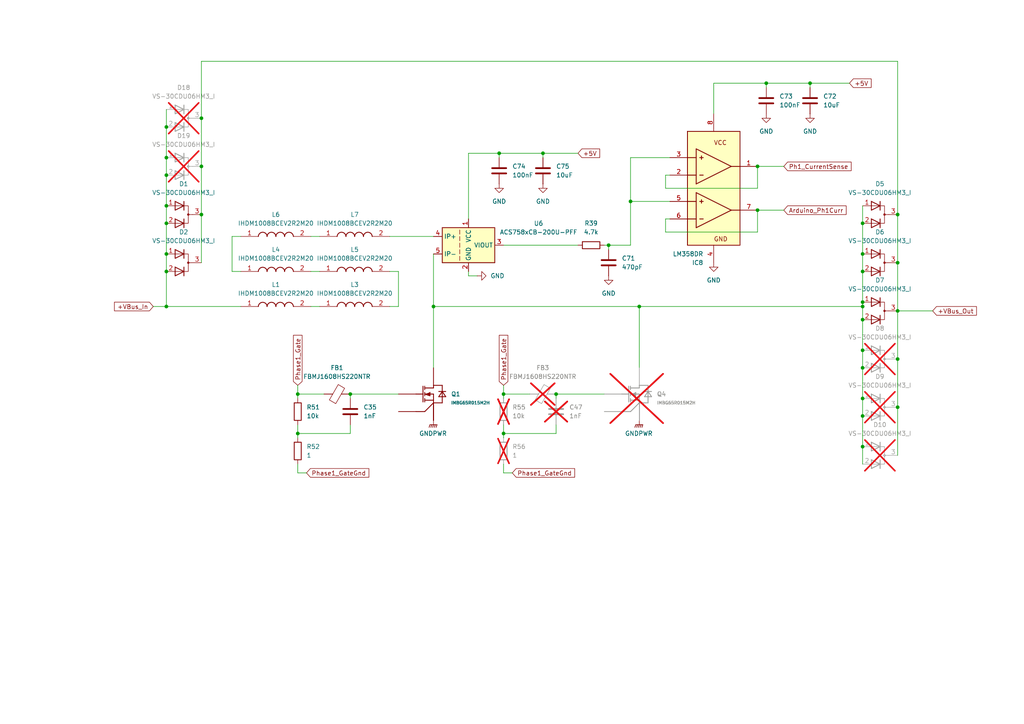
<source format=kicad_sch>
(kicad_sch (version 20231120) (generator "eeschema") (generator_version "8.0")
  (paper "A4")
  (title_block (title "5kw Modular Traction Inverter Boost Converter") (date "2025-02-02") (rev "1") (company "Rail Vehicle Traction Inverter"))
  (lib_symbols
    (symbol "Device:C" (pin_numbers hide) (pin_names (offset 0.254))
      (property "Reference" "C" (at 0.635 2.54 0))
      (property "Value" "C" (at 0.635 -2.54 0))
      (symbol "C_0_1"
        (polyline (pts (xy -2.032 -0.762) (xy 2.032 -0.762)) (stroke (width 0.508)))
        (polyline (pts (xy -2.032 0.762) (xy 2.032 0.762)) (stroke (width 0.508)))
      )
      (symbol "C_1_1"
        (pin passive line (at 0 3.81 270) (length 2.794) (name "~") (number "1"))
        (pin passive line (at 0 -3.81 90) (length 2.794) (name "~") (number "2"))
      )
    )
    (symbol "Device:D_Dual_CommonCathode_AAK_Parallel" (pin_names (offset 0.762) hide)
      (property "Reference" "D" (at 0 5.08 0))
      (property "Value" "D_Dual_CommonCathode_AAK_Parallel" (at 0 -5.08 0))
      (symbol "D_Dual_CommonCathode_AAK_Parallel_0_0"
        (polyline (pts (xy 0 -1.27) (xy 0 -3.81)) (stroke (width 0.254)))
        (polyline (pts (xy 0 1.27) (xy 0 3.81)) (stroke (width 0.254)))
      )
      (symbol "D_Dual_CommonCathode_AAK_Parallel_0_1"
        (polyline (pts (xy 1.27 0) (xy 2.54 0)))
        (polyline (pts (xy -2.54 -2.54) (xy 1.27 -2.54) (xy 1.27 2.54) (xy -2.54 2.54)))
        (polyline (pts (xy -2.54 -1.27) (xy 0 -2.54) (xy -2.54 -3.81) (xy -2.54 -1.27) (xy -2.54 -1.27) (xy -2.54 -1.27)) (stroke (width 0.254)))
        (polyline (pts (xy -2.54 3.81) (xy 0 2.54) (xy -2.54 1.27) (xy -2.54 3.81) (xy -2.54 3.81) (xy -2.54 3.81)) (stroke (width 0.254)))
        (circle (center 1.27 0) (radius 0.254) (fill (type outline)))
        (pin passive line (at -5.08 2.54 0) (length 2.54) (name "A") (number "1"))
        (pin passive line (at -5.08 -2.54 0) (length 2.54) (name "A") (number "2"))
        (pin passive line (at 5.08 0 180) (length 2.54) (name "K") (number "3"))
      )
    )
    (symbol "Device:FerriteBead" (pin_numbers hide) (pin_names (offset 0))
      (property "Reference" "FB" (at -3.81 0.635 90))
      (property "Value" "FerriteBead" (at 3.81 0 90))
      (symbol "FerriteBead_0_1"
        (polyline (pts (xy 0 -1.27) (xy 0 -1.2192)))
        (polyline (pts (xy 0 1.27) (xy 0 1.2954)))
        (polyline (pts (xy -2.7686 0.4064) (xy -1.7018 2.2606) (xy 2.7686 -0.3048) (xy 1.6764 -2.159) (xy -2.7686 0.4064)))
      )
      (symbol "FerriteBead_1_1"
        (pin passive line (at 0 3.81 270) (length 2.54) (name "~") (number "1"))
        (pin passive line (at 0 -3.81 90) (length 2.54) (name "~") (number "2"))
      )
    )
    (symbol "Device:R" (pin_numbers hide) (pin_names (offset 0))
      (property "Reference" "R" (at 2.032 0 90))
      (property "Value" "R" (at 0 0 90))
      (symbol "R_0_1"
        (rectangle (start -1.016 -2.54) (end 1.016 2.54) (stroke (width 0.254)))
      )
      (symbol "R_1_1"
        (pin passive line (at 0 3.81 270) (length 1.27) (name "~") (number "1"))
        (pin passive line (at 0 -3.81 90) (length 1.27) (name "~") (number "2"))
      )
    )
    (symbol "InverterCom:IHDM1008BCEV2R2M20" (pin_names hide)
      (property "Reference" "L" (at 16.51 6.35 0))
      (property "Value" "IHDM1008BCEV2R2M20" (at 16.51 3.81 0))
      (symbol "IHDM1008BCEV2R2M20_1_1"
        (arc (start 7.62 0) (mid 6.35 1.219) (end 5.08 0) (stroke (width 0.254)))
        (arc (start 10.16 0) (mid 8.89 1.219) (end 7.62 0) (stroke (width 0.254)))
        (arc (start 12.7 0) (mid 11.43 1.219) (end 10.16 0) (stroke (width 0.254)))
        (arc (start 15.24 0) (mid 13.97 1.219) (end 12.7 0) (stroke (width 0.254)))
        (pin passive line (at 0 0 0) (length 5.08) (name "1") (number "1"))
        (pin passive line (at 20.32 0 180) (length 5.08) (name "2") (number "2"))
      )
    )
    (symbol "InverterCom:IMBG65R015M2H" (pin_numbers hide)
      (property "Reference" "Q?" (at 10.16 -2.54 0))
      (property "Value" "IMBG65R015M2H " (at 10.16 -4.826 0))
      (symbol "IMBG65R015M2H_1_0"
        (polyline (pts (xy 0 -2.54) (xy 2.032 -2.54)) (stroke (width 0.254)))
        (polyline (pts (xy 2.032 -0.254) (xy 2.032 -4.826)) (stroke (width 0.254)))
        (polyline (pts (xy 2.54 -7.62) (xy 0 -7.62)) (stroke (width 0.254)))
        (polyline (pts (xy 2.54 -4.826) (xy 2.54 -3.81)) (stroke (width 0.254)))
        (polyline (pts (xy 2.54 -3.048) (xy 2.54 -2.032)) (stroke (width 0.254)))
        (polyline (pts (xy 2.54 -0.254) (xy 2.54 -1.27)) (stroke (width 0.254)))
        (polyline (pts (xy 5.08 -5.08) (xy 2.54 -7.62)) (stroke (width 0.254)))
        (polyline (pts (xy 5.08 -5.08) (xy 7.62 -5.08)) (stroke (width 0.254)))
        (polyline (pts (xy 5.08 -4.318) (xy 2.54 -4.318)) (stroke (width 0.254)))
        (polyline (pts (xy 5.08 -2.54) (xy 2.54 -2.54)) (stroke (width 0.254)))
        (polyline (pts (xy 5.08 -2.54) (xy 5.08 -5.08)) (stroke (width 0.254)))
        (polyline (pts (xy 5.08 -0.762) (xy 2.54 -0.762)) (stroke (width 0.254)))
        (polyline (pts (xy 5.08 -0.762) (xy 5.08 0)) (stroke (width 0.254)))
        (polyline (pts (xy 5.08 0) (xy 7.62 0)) (stroke (width 0.254)))
        (polyline (pts (xy 6.604 -3.302) (xy 8.636 -3.302)) (stroke (width 0.254)))
        (polyline (pts (xy 6.604 -1.778) (xy 8.636 -1.778)) (stroke (width 0.254)))
        (polyline (pts (xy 7.62 -1.778) (xy 6.604 -3.302)) (stroke (width 0.254)))
        (polyline (pts (xy 7.62 0) (xy 7.62 -5.08)) (stroke (width 0.254)))
        (polyline (pts (xy 8.636 -3.302) (xy 7.62 -1.778)) (stroke (width 0.254)))
        (polyline (pts (xy 2.54 -2.54) (xy 4.064 -3.048) (xy 4.064 -2.032)) (stroke (width 0.254)) (fill (type outline)))
        (pin passive line (at -5.08 -2.54 0) (length 5.08) (name "GATE") (number "1"))
        (pin passive line (at -5.08 -7.62 0) (length 5.08) (name "DRIVER_SOURCE") (number "2"))
        (pin passive line (at 5.08 -10.16 90) (length 5.08) (name "POWER_SOURCE_1") (number "3"))
        (pin passive line (at 5.08 -10.16 90) (length 5.08) (name "POWER_SOURCE_2") (number "4"))
        (pin passive line (at 5.08 -10.16 90) (length 5.08) (name "POWER_SOURCE_3") (number "5"))
        (pin passive line (at 5.08 -10.16 90) (length 5.08) (name "POWER_SOURCE_4") (number "6"))
        (pin passive line (at 5.08 -10.16 90) (length 5.08) (name "POWER_SOURCE_5") (number "7"))
        (pin passive line (at 5.08 5.08 270) (length 5.08) (name "DRAIN") (number "8"))
      )
    )
    (symbol "InverterCom:LM358DR" (pin_names hide)
      (property "Reference" "IC" (at 22.86 17.78 0))
      (property "Value" "LM358DR" (at 22.86 15.24 0))
      (symbol "LM358DR_1_1"
        (polyline (pts (xy 5.08 -17.78) (xy 7.62 -17.78)) (stroke (width 0.254)))
        (polyline (pts (xy 5.08 -12.7) (xy 7.62 -12.7)) (stroke (width 0.254)))
        (polyline (pts (xy 5.08 -5.08) (xy 7.62 -5.08)) (stroke (width 0.254)))
        (polyline (pts (xy 5.08 0) (xy 7.62 0)) (stroke (width 0.254)))
        (polyline (pts (xy 7.62 -10.16) (xy 7.62 -20.32)) (stroke (width 0.254)))
        (polyline (pts (xy 7.62 -7.62) (xy 7.62 2.54)) (stroke (width 0.254)))
        (polyline (pts (xy 8.636 -17.78) (xy 9.652 -17.78)) (stroke (width 0.254)))
        (polyline (pts (xy 8.636 -12.7) (xy 9.652 -12.7)) (stroke (width 0.254)))
        (polyline (pts (xy 8.636 -5.08) (xy 9.652 -5.08)) (stroke (width 0.254)))
        (polyline (pts (xy 8.636 0) (xy 9.652 0)) (stroke (width 0.254)))
        (polyline (pts (xy 9.144 -12.192) (xy 9.144 -13.208)) (stroke (width 0.254)))
        (polyline (pts (xy 9.144 -0.508) (xy 9.144 0.508)) (stroke (width 0.254)))
        (polyline (pts (xy 17.78 -15.24) (xy 7.62 -20.32)) (stroke (width 0.254)))
        (polyline (pts (xy 17.78 -15.24) (xy 7.62 -10.16)) (stroke (width 0.254)))
        (polyline (pts (xy 17.78 -15.24) (xy 20.32 -15.24)) (stroke (width 0.254)))
        (polyline (pts (xy 17.78 -2.54) (xy 7.62 -7.62)) (stroke (width 0.254)))
        (polyline (pts (xy 17.78 -2.54) (xy 7.62 2.54)) (stroke (width 0.254)))
        (polyline (pts (xy 17.78 -2.54) (xy 20.32 -2.54)) (stroke (width 0.254)))
        (rectangle (start 5.08 7.62) (end 20.32 -25.4) (stroke (width 0.254)) (fill (type background)))
        (text "GND" (at 12.7 -22.86 0) (effects (font (size 1.27 1.27)) (justify left top)))
        (text "VCC" (at 12.7 5.08 0) (effects (font (size 1.27 1.27)) (justify left top)))
        (pin passive line (at 25.4 -2.54 180) (length 5.08) (name "OUT1") (number "1"))
        (pin passive line (at 0 -5.08 0) (length 5.08) (name "IN1-") (number "2"))
        (pin passive line (at 0 0 0) (length 5.08) (name "IN1+") (number "3"))
        (pin passive line (at 12.7 -30.48 90) (length 5.08) (name "V-") (number "4"))
        (pin passive line (at 0 -12.7 0) (length 5.08) (name "IN2+") (number "5"))
        (pin passive line (at 0 -17.78 0) (length 5.08) (name "IN2-") (number "6"))
        (pin passive line (at 25.4 -15.24 180) (length 5.08) (name "OUT2") (number "7"))
        (pin passive line (at 12.7 12.7 270) (length 5.08) (name "V+") (number "8"))
      )
    )
    (symbol "Sensor_Current:ACS758xCB-200U-PFF"
      (property "Reference" "U" (at -7.62 6.35 0))
      (property "Value" "ACS758xCB-200U-PFF" (at 2.54 6.35 0))
      (symbol "ACS758xCB-200U-PFF_0_1"
        (rectangle (start -7.62 5.08) (end 7.62 -5.08) (stroke (width 0.254)) (fill (type background)))
        (polyline (pts (xy -2.54 -3.175) (xy -2.54 -4.445)))
        (polyline (pts (xy -2.54 -1.27) (xy -2.54 -2.54)))
        (polyline (pts (xy -2.54 0.635) (xy -2.54 -0.635)))
        (polyline (pts (xy -2.54 1.27) (xy -2.54 2.54)))
        (polyline (pts (xy -2.54 3.175) (xy -2.54 4.445)))
      )
      (symbol "ACS758xCB-200U-PFF_1_1"
        (pin power_in line (at 0 7.62 270) (length 2.54) (name "VCC") (number "1"))
        (pin power_in line (at 0 -7.62 90) (length 2.54) (name "GND") (number "2"))
        (pin output line (at 10.16 0 180) (length 2.54) (name "VIOUT") (number "3"))
        (pin passive line (at -10.16 2.54 0) (length 2.54) (name "IP+") (number "4"))
        (pin passive line (at -10.16 -2.54 0) (length 2.54) (name "IP-") (number "5"))
      )
    )
    (symbol "power:GND" (power) (pin_numbers hide) (pin_names (offset 0) hide)
      (property "Value" "GND" (at 0 -3.81 0))
      (symbol "GND_0_1"
        (polyline (pts (xy 0 0) (xy 0 -1.27) (xy 1.27 -1.27) (xy 0 -2.54) (xy -1.27 -1.27) (xy 0 -1.27)))
      )
      (symbol "GND_1_1"
        (pin power_in line (at 0 0 270) (length 0) (name "~") (number "1"))
      )
    )
    (symbol "power:GNDPWR" (power) (pin_numbers hide) (pin_names (offset 0) hide)
      (property "Value" "GNDPWR" (at 0 -3.302 0))
      (symbol "GNDPWR_0_1"
        (polyline (pts (xy 0 -1.27) (xy 0 0)))
        (polyline (pts (xy -1.016 -1.27) (xy -1.27 -2.032) (xy -1.27 -2.032)) (stroke (width 0.2032)))
        (polyline (pts (xy -0.508 -1.27) (xy -0.762 -2.032) (xy -0.762 -2.032)) (stroke (width 0.2032)))
        (polyline (pts (xy 0 -1.27) (xy -0.254 -2.032) (xy -0.254 -2.032)) (stroke (width 0.2032)))
        (polyline (pts (xy 0.508 -1.27) (xy 0.254 -2.032) (xy 0.254 -2.032)) (stroke (width 0.2032)))
        (polyline (pts (xy 1.016 -1.27) (xy -1.016 -1.27) (xy -1.016 -1.27)) (stroke (width 0.2032)))
        (polyline (pts (xy 1.016 -1.27) (xy 0.762 -2.032) (xy 0.762 -2.032) (xy 0.762 -2.032)) (stroke (width 0.2032)))
      )
      (symbol "GNDPWR_1_1"
        (pin power_in line (at 0 0 270) (length 0) (name "~") (number "1"))
      )
    )
  )
  (junction (at 250.19 129.54))
  (junction (at 86.36 114.3))
  (junction (at 250.19 92.71))
  (junction (at 250.19 88.9))
  (junction (at 260.35 104.14))
  (junction (at 58.42 62.23))
  (junction (at 161.29 114.3))
  (junction (at 101.6 114.3))
  (junction (at 250.19 64.77))
  (junction (at 48.26 64.77))
  (junction (at 185.42 88.9))
  (junction (at 144.78 44.45))
  (junction (at 48.26 88.9))
  (junction (at 58.42 34.29))
  (junction (at 157.48 44.45))
  (junction (at 219.71 60.96))
  (junction (at 58.42 48.26))
  (junction (at 48.26 50.8))
  (junction (at 146.05 125.73))
  (junction (at 48.26 36.83))
  (junction (at 250.19 101.6))
  (junction (at 48.26 45.72))
  (junction (at 48.26 73.66))
  (junction (at 260.35 76.2))
  (junction (at 222.25 24.13))
  (junction (at 48.26 59.69))
  (junction (at 250.19 87.63))
  (junction (at 219.71 48.26))
  (junction (at 250.19 73.66))
  (junction (at 182.88 58.42))
  (junction (at 250.19 120.65))
  (junction (at 234.95 24.13))
  (junction (at 86.36 125.73))
  (junction (at 125.73 88.9))
  (junction (at 260.35 118.11))
  (junction (at 250.19 78.74))
  (junction (at 260.35 62.23))
  (junction (at 260.35 90.17))
  (junction (at 146.05 114.3))
  (junction (at 250.19 106.68))
  (junction (at 250.19 115.57))
  (junction (at 48.26 78.74))
  (junction (at 176.53 71.12))
  (wire (pts (xy 48.26 59.69) (xy 48.26 64.77)))
  (wire (pts (xy 175.26 71.12) (xy 176.53 71.12)))
  (wire (pts (xy 67.31 68.58) (xy 69.85 68.58)))
  (wire (pts (xy 48.26 36.83) (xy 48.26 45.72)))
  (wire (pts (xy 125.73 88.9) (xy 185.42 88.9)))
  (wire (pts (xy 207.01 24.13) (xy 207.01 33.02)))
  (wire (pts (xy 260.35 76.2) (xy 260.35 62.23)))
  (wire (pts (xy 115.57 88.9) (xy 115.57 78.74)))
  (wire (pts (xy 125.73 106.68) (xy 125.73 88.9)))
  (wire (pts (xy 182.88 71.12) (xy 182.88 58.42)))
  (wire (pts (xy 86.36 137.16) (xy 86.36 134.62)))
  (wire (pts (xy 260.35 104.14) (xy 260.35 118.11)))
  (wire (pts (xy 90.17 88.9) (xy 92.71 88.9)))
  (wire (pts (xy 194.31 50.8) (xy 193.04 50.8)))
  (wire (pts (xy 44.45 88.9) (xy 48.26 88.9)))
  (wire (pts (xy 48.26 50.8) (xy 48.26 59.69)))
  (wire (pts (xy 58.42 17.78) (xy 260.35 17.78)))
  (wire (pts (xy 58.42 48.26) (xy 58.42 62.23)))
  (wire (pts (xy 234.95 25.4) (xy 234.95 24.13)))
  (wire (pts (xy 250.19 101.6) (xy 250.19 106.68)))
  (wire (pts (xy 250.19 129.54) (xy 250.19 134.62)))
  (wire (pts (xy 250.19 64.77) (xy 250.19 59.69)))
  (wire (pts (xy 115.57 78.74) (xy 113.03 78.74)))
  (wire (pts (xy 250.19 87.63) (xy 250.19 88.9)))
  (wire (pts (xy 90.17 78.74) (xy 92.71 78.74)))
  (wire (pts (xy 125.73 73.66) (xy 125.73 88.9)))
  (wire (pts (xy 146.05 114.3) (xy 146.05 111.76)))
  (wire (pts (xy 101.6 114.3) (xy 115.57 114.3)))
  (wire (pts (xy 219.71 60.96) (xy 227.33 60.96)))
  (wire (pts (xy 146.05 137.16) (xy 146.05 134.62)))
  (wire (pts (xy 194.31 63.5) (xy 193.04 63.5)))
  (wire (pts (xy 193.04 50.8) (xy 193.04 54.61)))
  (wire (pts (xy 161.29 125.73) (xy 146.05 125.73)))
  (wire (pts (xy 48.26 73.66) (xy 48.26 78.74)))
  (wire (pts (xy 144.78 44.45) (xy 135.89 44.45)))
  (wire (pts (xy 161.29 123.19) (xy 161.29 125.73)))
  (wire (pts (xy 146.05 71.12) (xy 167.64 71.12)))
  (wire (pts (xy 146.05 125.73) (xy 146.05 127)))
  (wire (pts (xy 86.36 125.73) (xy 86.36 127)))
  (wire (pts (xy 101.6 123.19) (xy 101.6 125.73)))
  (wire (pts (xy 67.31 78.74) (xy 67.31 68.58)))
  (wire (pts (xy 176.53 71.12) (xy 182.88 71.12)))
  (wire (pts (xy 113.03 88.9) (xy 115.57 88.9)))
  (wire (pts (xy 176.53 71.12) (xy 176.53 72.39)))
  (wire (pts (xy 185.42 106.68) (xy 185.42 88.9)))
  (wire (pts (xy 250.19 78.74) (xy 250.19 73.66)))
  (wire (pts (xy 48.26 31.75) (xy 48.26 36.83)))
  (wire (pts (xy 193.04 54.61) (xy 219.71 54.61)))
  (wire (pts (xy 185.42 88.9) (xy 250.19 88.9)))
  (wire (pts (xy 182.88 58.42) (xy 194.31 58.42)))
  (wire (pts (xy 86.36 114.3) (xy 86.36 111.76)))
  (wire (pts (xy 234.95 24.13) (xy 246.38 24.13)))
  (wire (pts (xy 157.48 44.45) (xy 144.78 44.45)))
  (wire (pts (xy 48.26 64.77) (xy 48.26 73.66)))
  (wire (pts (xy 88.9 137.16) (xy 86.36 137.16)))
  (wire (pts (xy 48.26 45.72) (xy 48.26 50.8)))
  (wire (pts (xy 148.59 137.16) (xy 146.05 137.16)))
  (wire (pts (xy 58.42 17.78) (xy 58.42 34.29)))
  (wire (pts (xy 250.19 92.71) (xy 250.19 101.6)))
  (wire (pts (xy 260.35 90.17) (xy 270.51 90.17)))
  (wire (pts (xy 113.03 68.58) (xy 125.73 68.58)))
  (wire (pts (xy 86.36 114.3) (xy 86.36 115.57)))
  (wire (pts (xy 101.6 115.57) (xy 101.6 114.3)))
  (wire (pts (xy 250.19 88.9) (xy 250.19 92.71)))
  (wire (pts (xy 207.01 24.13) (xy 222.25 24.13)))
  (wire (pts (xy 157.48 45.72) (xy 157.48 44.45)))
  (wire (pts (xy 48.26 78.74) (xy 48.26 88.9)))
  (wire (pts (xy 167.64 44.45) (xy 157.48 44.45)))
  (wire (pts (xy 161.29 114.3) (xy 175.26 114.3)))
  (wire (pts (xy 193.04 63.5) (xy 193.04 67.31)))
  (wire (pts (xy 135.89 78.74) (xy 135.89 80.01)))
  (wire (pts (xy 260.35 17.78) (xy 260.35 62.23)))
  (wire (pts (xy 101.6 125.73) (xy 86.36 125.73)))
  (wire (pts (xy 69.85 78.74) (xy 67.31 78.74)))
  (wire (pts (xy 222.25 25.4) (xy 222.25 24.13)))
  (wire (pts (xy 222.25 24.13) (xy 234.95 24.13)))
  (wire (pts (xy 182.88 45.72) (xy 194.31 45.72)))
  (wire (pts (xy 135.89 44.45) (xy 135.89 63.5)))
  (wire (pts (xy 58.42 34.29) (xy 58.42 48.26)))
  (wire (pts (xy 250.19 73.66) (xy 250.19 64.77)))
  (wire (pts (xy 260.35 90.17) (xy 260.35 104.14)))
  (wire (pts (xy 93.98 114.3) (xy 86.36 114.3)))
  (wire (pts (xy 144.78 45.72) (xy 144.78 44.45)))
  (wire (pts (xy 219.71 48.26) (xy 227.33 48.26)))
  (wire (pts (xy 135.89 80.01) (xy 138.43 80.01)))
  (wire (pts (xy 90.17 68.58) (xy 92.71 68.58)))
  (wire (pts (xy 86.36 125.73) (xy 86.36 123.19)))
  (wire (pts (xy 219.71 67.31) (xy 219.71 60.96)))
  (wire (pts (xy 193.04 67.31) (xy 219.71 67.31)))
  (wire (pts (xy 250.19 115.57) (xy 250.19 120.65)))
  (wire (pts (xy 58.42 62.23) (xy 58.42 76.2)))
  (wire (pts (xy 219.71 54.61) (xy 219.71 48.26)))
  (wire (pts (xy 48.26 88.9) (xy 69.85 88.9)))
  (wire (pts (xy 182.88 58.42) (xy 182.88 45.72)))
  (wire (pts (xy 146.05 125.73) (xy 146.05 123.19)))
  (wire (pts (xy 250.19 78.74) (xy 250.19 87.63)))
  (wire (pts (xy 250.19 106.68) (xy 250.19 115.57)))
  (wire (pts (xy 250.19 120.65) (xy 250.19 129.54)))
  (wire (pts (xy 161.29 115.57) (xy 161.29 114.3)))
  (wire (pts (xy 260.35 118.11) (xy 260.35 132.08)))
  (wire (pts (xy 260.35 76.2) (xy 260.35 90.17)))
  (wire (pts (xy 146.05 114.3) (xy 146.05 115.57)))
  (wire (pts (xy 153.67 114.3) (xy 146.05 114.3)))
  (global_label "Arduino_Ph1Curr" (shape input) (at 227.33 60.96 0) (property "Intersheetrefs" "${INTERSHEET_REFS}" (effects (hide yes))))
  (global_label "Phase1_GateGnd" (shape input) (at 148.59 137.16 0) (property "Intersheetrefs" "${INTERSHEET_REFS}" (effects (hide yes))))
  (global_label "+VBus_Out" (shape input) (at 270.51 90.17 0) (property "Intersheetrefs" "${INTERSHEET_REFS}" (effects (hide yes))))
  (global_label "Ph1_CurrentSense" (shape input) (at 227.33 48.26 0) (property "Intersheetrefs" "${INTERSHEET_REFS}" (effects (hide yes))))
  (global_label "+5V" (shape input) (at 167.64 44.45 0) (property "Intersheetrefs" "${INTERSHEET_REFS}" (effects (hide yes))))
  (global_label "Phase1_Gate" (shape input) (at 86.36 111.76 90) (property "Intersheetrefs" "${INTERSHEET_REFS}" (effects (hide yes))))
  (global_label "Phase1_GateGnd" (shape input) (at 88.9 137.16 0) (property "Intersheetrefs" "${INTERSHEET_REFS}" (effects (hide yes))))
  (global_label "Phase1_Gate" (shape input) (at 146.05 111.76 90) (property "Intersheetrefs" "${INTERSHEET_REFS}" (effects (hide yes))))
  (global_label "+5V" (shape input) (at 246.38 24.13 0) (property "Intersheetrefs" "${INTERSHEET_REFS}" (effects (hide yes))))
  (global_label "+VBus_In" (shape input) (at 44.45 88.9 180) (property "Intersheetrefs" "${INTERSHEET_REFS}" (effects (hide yes))))
  (symbol (lib_id "InverterCom:IHDM1008BCEV2R2M20") (at 92.71 78.74 0) (unit 1)
    (property "Reference" "L5" (at 102.87 72.39 0))
    (property "Value" "IHDM1008BCEV2R2M20" (at 102.87 74.93 0))
    (property "Footprint" "IHDM1008BCEV2R2M20" (effects (hide yes)))
    (property "Datasheet" "https://www.vishay.com/docs/34522/ihdm-1008bc-x0.pdf" (effects (hide yes)))
    (property "Description" "2.2 H Unshielded Drum Core, Wirewound Inductor 63 A 0.7mOhm Max Vertical, 2 PC Pin , 69MHz , -40C ~ 180C" (effects (hide yes)))
    (property "Height" "22.75" (effects (hide yes)))
    (property "Manufacturer_Name" "Vishay" (effects (hide yes)))
    (property "Manufacturer_Part_Number" "IHDM1008BCEV2R2M20" (effects (hide yes)))
    (property "Mouser Part Number" "70-IHDM1008BCV2R2M20" (effects (hide yes)))
    (property "Mouser Price/Stock" "https://www.mouser.co.uk/ProductDetail/Vishay-Dale/IHDM1008BCEV2R2M20?qs=XAiT9M5g4x%252Bqlz3WIccdng%3D%3D" (effects (hide yes)))
  )
  (symbol (lib_id "InverterCom:IMBG65R015M2H") (at 180.34 111.76 0) (unit 1) (dnp yes)
    (property "Reference" "Q4" (at 190.5 114.2999 0) (effects (justify left)))
    (property "Value" "IMBG65R015M2H" (at 190.5 116.84 0) (effects (font (size 0.889 0.889)) (justify left)))
    (property "Description" "Insulated-Gate Field-Effect Transistor (IGFET), N-Channel, Enhancement, Body Diode, Pin 1 Gate, 2 Driver Source, 3 Power Source, 4 Power Source, 5 Power Source, 6 Power Source, 7 Power Source, 8 Drain, 8 Pins" (effects (hide yes)))
  )
  (symbol (lib_id "Device:D_Dual_CommonCathode_AAK_Parallel") (at 255.27 90.17 0) (unit 1)
    (property "Reference" "D7" (at 255.2065 81.28 0))
    (property "Value" "VS-30CDU06HM3_I" (at 255.2065 83.82 0))
    (property "Footprint" "VS30CDU06HM3I" (effects (hide yes)))
    (property "Description" "Dual diode, common cathode on pin 1" (effects (hide yes)))
    (property "Height" "1.8" (effects (hide yes)))
    (property "Mouser Part Number" "78-VS-30CDU06HM3I" (effects (hide yes)))
    (property "Mouser Price/Stock" "https://www.mouser.co.uk/ProductDetail/Vishay-Semiconductors/VS-30CDU06HM3-I?qs=TzNRGq6adzkm0ixYQuTp0g%3D%3D" (effects (hide yes)))
    (property "Manufacturer_Name" "Vishay" (effects (hide yes)))
    (property "Manufacturer_Part_Number" "VS-30CDU06HM3/I" (effects (hide yes)))
  )
  (symbol (lib_id "Device:R") (at 146.05 119.38 0) (unit 1) (dnp yes)
    (property "Reference" "R55" (at 148.59 118.1099 0) (effects (justify left)))
    (property "Value" "10k" (at 148.59 120.6499 0) (effects (justify left)))
    (property "Footprint" "1210" (effects (hide yes)))
    (property "Description" "Resistor" (effects (hide yes)))
  )
  (symbol (lib_id "power:GNDPWR") (at 185.42 121.92 0) (unit 1)
    (property "Reference" "#PWR051" (effects (hide yes)))
    (property "Value" "GNDPWR" (at 185.293 125.73 0))
    (property "Description" "Power symbol creates a global label with name \"GNDPWR\" , global ground" (effects (hide yes)))
  )
  (symbol (lib_id "Device:FerriteBead") (at 97.79 114.3 90) (unit 1)
    (property "Reference" "FB1" (at 97.7392 106.68 90))
    (property "Value" "FBMJ1608HS220NTR" (at 97.7392 109.22 90))
    (property "Footprint" "BEADC1608X100N" (effects (hide yes)))
    (property "Description" "Ferrite bead" (effects (hide yes)))
    (property "Height" "1" (effects (hide yes)))
    (property "Mouser Part Number" "963-FBMJ1608HS220NTR" (effects (hide yes)))
    (property "Mouser Price/Stock" "https://www.mouser.co.uk/ProductDetail/TAIYO-YUDEN/FBMJ1608HS220NTR?qs=qEEMd6hQM8XfqBRLulOo%2FQ%3D%3D" (effects (hide yes)))
    (property "Manufacturer_Name" "TAIYO YUDEN" (effects (hide yes)))
    (property "Manufacturer_Part_Number" "FBMJ1608HS220NTR" (effects (hide yes)))
  )
  (symbol (lib_id "Device:C") (at 101.6 119.38 180) (unit 1)
    (property "Reference" "C35" (at 105.41 118.1099 0) (effects (justify right)))
    (property "Value" "1nF" (at 105.41 120.6499 0) (effects (justify right)))
    (property "Footprint" "1210" (effects (hide yes)))
    (property "Description" "Unpolarized capacitor" (effects (hide yes)))
  )
  (symbol (lib_id "power:GND") (at 176.53 80.01 0) (unit 1)
    (property "Reference" "#PWR0100" (effects (hide yes)))
    (property "Value" "GND" (at 176.53 85.09 0))
    (property "Description" "Power symbol creates a global label with name \"GND\" , ground" (effects (hide yes)))
  )
  (symbol (lib_id "Device:C") (at 234.95 29.21 0) (unit 1)
    (property "Reference" "C72" (at 238.76 27.9399 0) (effects (justify left)))
    (property "Value" "10uF" (at 238.76 30.4799 0) (effects (justify left)))
    (property "Footprint" "1210" (effects (hide yes)))
    (property "Description" "Unpolarized capacitor" (effects (hide yes)))
  )
  (symbol (lib_id "Device:D_Dual_CommonCathode_AAK_Parallel") (at 255.27 76.2 0) (unit 1)
    (property "Reference" "D6" (at 255.2065 67.31 0))
    (property "Value" "VS-30CDU06HM3_I" (at 255.2065 69.85 0))
    (property "Footprint" "VS30CDU06HM3I" (effects (hide yes)))
    (property "Description" "Dual diode, common cathode on pin 1" (effects (hide yes)))
    (property "Height" "1.8" (effects (hide yes)))
    (property "Mouser Part Number" "78-VS-30CDU06HM3I" (effects (hide yes)))
    (property "Mouser Price/Stock" "https://www.mouser.co.uk/ProductDetail/Vishay-Semiconductors/VS-30CDU06HM3-I?qs=TzNRGq6adzkm0ixYQuTp0g%3D%3D" (effects (hide yes)))
    (property "Manufacturer_Name" "Vishay" (effects (hide yes)))
    (property "Manufacturer_Part_Number" "VS-30CDU06HM3/I" (effects (hide yes)))
  )
  (symbol (lib_id "power:GND") (at 138.43 80.01 90) (unit 1)
    (property "Reference" "#PWR016" (effects (hide yes)))
    (property "Value" "GND" (at 142.24 80.0099 90) (effects (justify right)))
    (property "Description" "Power symbol creates a global label with name \"GND\" , ground" (effects (hide yes)))
  )
  (symbol (lib_id "Device:D_Dual_CommonCathode_AAK_Parallel") (at 53.34 48.26 0) (unit 1) (dnp yes)
    (property "Reference" "D19" (at 53.2765 39.37 0))
    (property "Value" "VS-30CDU06HM3_I" (at 53.2765 41.91 0))
    (property "Footprint" "VS30CDU06HM3I" (effects (hide yes)))
    (property "Description" "Dual diode, common cathode on pin 1" (effects (hide yes)))
    (property "Height" "1.8" (effects (hide yes)))
    (property "Mouser Part Number" "78-VS-30CDU06HM3I" (effects (hide yes)))
    (property "Mouser Price/Stock" "https://www.mouser.co.uk/ProductDetail/Vishay-Semiconductors/VS-30CDU06HM3-I?qs=TzNRGq6adzkm0ixYQuTp0g%3D%3D" (effects (hide yes)))
    (property "Manufacturer_Name" "Vishay" (effects (hide yes)))
    (property "Manufacturer_Part_Number" "VS-30CDU06HM3/I" (effects (hide yes)))
  )
  (symbol (lib_id "power:GND") (at 222.25 33.02 0) (unit 1)
    (property "Reference" "#PWR097" (effects (hide yes)))
    (property "Value" "GND" (at 222.25 38.1 0))
    (property "Description" "Power symbol creates a global label with name \"GND\" , ground" (effects (hide yes)))
  )
  (symbol (lib_id "Device:R") (at 86.36 119.38 0) (unit 1)
    (property "Reference" "R51" (at 88.9 118.1099 0) (effects (justify left)))
    (property "Value" "10k" (at 88.9 120.6499 0) (effects (justify left)))
    (property "Footprint" "1210" (effects (hide yes)))
    (property "Description" "Resistor" (effects (hide yes)))
  )
  (symbol (lib_id "Device:C") (at 157.48 49.53 0) (unit 1)
    (property "Reference" "C75" (at 161.29 48.2599 0) (effects (justify left)))
    (property "Value" "10uF" (at 161.29 50.7999 0) (effects (justify left)))
    (property "Footprint" "1210" (effects (hide yes)))
    (property "Description" "Unpolarized capacitor" (effects (hide yes)))
  )
  (symbol (lib_id "Device:FerriteBead") (at 157.48 114.3 90) (unit 1) (dnp yes)
    (property "Reference" "FB3" (at 157.4292 106.68 90))
    (property "Value" "FBMJ1608HS220NTR" (at 157.4292 109.22 90))
    (property "Footprint" "BEADC1608X100N" (effects (hide yes)))
    (property "Description" "Ferrite bead" (effects (hide yes)))
    (property "Height" "1" (effects (hide yes)))
    (property "Mouser Part Number" "963-FBMJ1608HS220NTR" (effects (hide yes)))
    (property "Mouser Price/Stock" "https://www.mouser.co.uk/ProductDetail/TAIYO-YUDEN/FBMJ1608HS220NTR?qs=qEEMd6hQM8XfqBRLulOo%2FQ%3D%3D" (effects (hide yes)))
    (property "Manufacturer_Name" "TAIYO YUDEN" (effects (hide yes)))
    (property "Manufacturer_Part_Number" "FBMJ1608HS220NTR" (effects (hide yes)))
  )
  (symbol (lib_id "Sensor_Current:ACS758xCB-200U-PFF") (at 135.89 71.12 0) (unit 1)
    (property "Reference" "U6" (at 156.21 64.8014 0))
    (property "Value" "ACS758xCB-200U-PFF" (at 156.21 67.3414 0))
    (property "Footprint" "Sensor_Current:Allegro_CB_PFF" (effects (hide yes)))
    (property "Datasheet" "http://www.allegromicro.com/~/media/Files/Datasheets/ACS758-Datasheet.ashx?la=en" (effects (hide yes)))
    (property "Description" "200A Unidirectional Hall-Effect Current Sensor, +5.0V supply, 20mV/A, CB-5 PFF" (effects (hide yes)))
  )
  (symbol (lib_id "Device:R") (at 86.36 130.81 0) (unit 1)
    (property "Reference" "R52" (at 88.9 129.5399 0) (effects (justify left)))
    (property "Value" "1" (at 88.9 132.0799 0) (effects (justify left)))
    (property "Footprint" "1210" (effects (hide yes)))
    (property "Description" "Resistor" (effects (hide yes)))
  )
  (symbol (lib_id "Device:D_Dual_CommonCathode_AAK_Parallel") (at 53.34 62.23 0) (unit 1)
    (property "Reference" "D1" (at 53.2765 53.34 0))
    (property "Value" "VS-30CDU06HM3_I" (at 53.2765 55.88 0))
    (property "Footprint" "VS30CDU06HM3I" (effects (hide yes)))
    (property "Description" "Dual diode, common cathode on pin 1" (effects (hide yes)))
    (property "Height" "1.8" (effects (hide yes)))
    (property "Mouser Part Number" "78-VS-30CDU06HM3I" (effects (hide yes)))
    (property "Mouser Price/Stock" "https://www.mouser.co.uk/ProductDetail/Vishay-Semiconductors/VS-30CDU06HM3-I?qs=TzNRGq6adzkm0ixYQuTp0g%3D%3D" (effects (hide yes)))
    (property "Manufacturer_Name" "Vishay" (effects (hide yes)))
    (property "Manufacturer_Part_Number" "VS-30CDU06HM3/I" (effects (hide yes)))
  )
  (symbol (lib_id "InverterCom:IHDM1008BCEV2R2M20") (at 92.71 88.9 0) (unit 1)
    (property "Reference" "L3" (at 102.87 82.55 0))
    (property "Value" "IHDM1008BCEV2R2M20" (at 102.87 85.09 0))
    (property "Footprint" "IHDM1008BCEV2R2M20" (effects (hide yes)))
    (property "Datasheet" "https://www.vishay.com/docs/34522/ihdm-1008bc-x0.pdf" (effects (hide yes)))
    (property "Description" "2.2 H Unshielded Drum Core, Wirewound Inductor 63 A 0.7mOhm Max Vertical, 2 PC Pin , 69MHz , -40C ~ 180C" (effects (hide yes)))
    (property "Height" "22.75" (effects (hide yes)))
    (property "Manufacturer_Name" "Vishay" (effects (hide yes)))
    (property "Manufacturer_Part_Number" "IHDM1008BCEV2R2M20" (effects (hide yes)))
    (property "Mouser Part Number" "70-IHDM1008BCV2R2M20" (effects (hide yes)))
    (property "Mouser Price/Stock" "https://www.mouser.co.uk/ProductDetail/Vishay-Dale/IHDM1008BCEV2R2M20?qs=XAiT9M5g4x%252Bqlz3WIccdng%3D%3D" (effects (hide yes)))
  )
  (symbol (lib_id "InverterCom:IHDM1008BCEV2R2M20") (at 92.71 68.58 0) (unit 1)
    (property "Reference" "L7" (at 102.87 62.23 0))
    (property "Value" "IHDM1008BCEV2R2M20" (at 102.87 64.77 0))
    (property "Footprint" "IHDM1008BCEV2R2M20" (effects (hide yes)))
    (property "Datasheet" "https://www.vishay.com/docs/34522/ihdm-1008bc-x0.pdf" (effects (hide yes)))
    (property "Description" "2.2 H Unshielded Drum Core, Wirewound Inductor 63 A 0.7mOhm Max Vertical, 2 PC Pin , 69MHz , -40C ~ 180C" (effects (hide yes)))
    (property "Height" "22.75" (effects (hide yes)))
    (property "Manufacturer_Name" "Vishay" (effects (hide yes)))
    (property "Manufacturer_Part_Number" "IHDM1008BCEV2R2M20" (effects (hide yes)))
    (property "Mouser Part Number" "70-IHDM1008BCV2R2M20" (effects (hide yes)))
    (property "Mouser Price/Stock" "https://www.mouser.co.uk/ProductDetail/Vishay-Dale/IHDM1008BCEV2R2M20?qs=XAiT9M5g4x%252Bqlz3WIccdng%3D%3D" (effects (hide yes)))
  )
  (symbol (lib_id "Device:D_Dual_CommonCathode_AAK_Parallel") (at 53.34 76.2 0) (unit 1)
    (property "Reference" "D2" (at 53.2765 67.31 0))
    (property "Value" "VS-30CDU06HM3_I" (at 53.2765 69.85 0))
    (property "Footprint" "VS30CDU06HM3I" (effects (hide yes)))
    (property "Description" "Dual diode, common cathode on pin 1" (effects (hide yes)))
    (property "Height" "1.8" (effects (hide yes)))
    (property "Mouser Part Number" "78-VS-30CDU06HM3I" (effects (hide yes)))
    (property "Mouser Price/Stock" "https://www.mouser.co.uk/ProductDetail/Vishay-Semiconductors/VS-30CDU06HM3-I?qs=TzNRGq6adzkm0ixYQuTp0g%3D%3D" (effects (hide yes)))
    (property "Manufacturer_Name" "Vishay" (effects (hide yes)))
    (property "Manufacturer_Part_Number" "VS-30CDU06HM3/I" (effects (hide yes)))
  )
  (symbol (lib_id "InverterCom:IMBG65R015M2H") (at 120.65 111.76 0) (unit 1)
    (property "Reference" "Q1" (at 130.81 114.2999 0) (effects (justify left)))
    (property "Value" "IMBG65R015M2H" (at 130.81 116.84 0) (effects (font (size 0.889 0.889)) (justify left)))
    (property "Description" "Insulated-Gate Field-Effect Transistor (IGFET), N-Channel, Enhancement, Body Diode, Pin 1 Gate, 2 Driver Source, 3 Power Source, 4 Power Source, 5 Power Source, 6 Power Source, 7 Power Source, 8 Drain, 8 Pins" (effects (hide yes)))
  )
  (symbol (lib_id "InverterCom:IHDM1008BCEV2R2M20") (at 69.85 88.9 0) (unit 1)
    (property "Reference" "L1" (at 80.01 82.55 0))
    (property "Value" "IHDM1008BCEV2R2M20" (at 80.01 85.09 0))
    (property "Footprint" "IHDM1008BCEV2R2M20" (effects (hide yes)))
    (property "Datasheet" "https://www.vishay.com/docs/34522/ihdm-1008bc-x0.pdf" (effects (hide yes)))
    (property "Description" "2.2 H Unshielded Drum Core, Wirewound Inductor 63 A 0.7mOhm Max Vertical, 2 PC Pin , 69MHz , -40C ~ 180C" (effects (hide yes)))
    (property "Height" "22.75" (effects (hide yes)))
    (property "Manufacturer_Name" "Vishay" (effects (hide yes)))
    (property "Manufacturer_Part_Number" "IHDM1008BCEV2R2M20" (effects (hide yes)))
    (property "Mouser Part Number" "70-IHDM1008BCV2R2M20" (effects (hide yes)))
    (property "Mouser Price/Stock" "https://www.mouser.co.uk/ProductDetail/Vishay-Dale/IHDM1008BCEV2R2M20?qs=XAiT9M5g4x%252Bqlz3WIccdng%3D%3D" (effects (hide yes)))
  )
  (symbol (lib_id "power:GNDPWR") (at 125.73 121.92 0) (unit 1)
    (property "Reference" "#PWR07" (effects (hide yes)))
    (property "Value" "GNDPWR" (at 125.603 125.73 0))
    (property "Description" "Power symbol creates a global label with name \"GNDPWR\" , global ground" (effects (hide yes)))
  )
  (symbol (lib_id "power:GND") (at 144.78 53.34 0) (unit 1)
    (property "Reference" "#PWR0101" (effects (hide yes)))
    (property "Value" "GND" (at 144.78 58.42 0))
    (property "Description" "Power symbol creates a global label with name \"GND\" , ground" (effects (hide yes)))
  )
  (symbol (lib_id "Device:R") (at 146.05 130.81 0) (unit 1) (dnp yes)
    (property "Reference" "R56" (at 148.59 129.5399 0) (effects (justify left)))
    (property "Value" "1" (at 148.59 132.0799 0) (effects (justify left)))
    (property "Footprint" "1210" (effects (hide yes)))
    (property "Description" "Resistor" (effects (hide yes)))
  )
  (symbol (lib_id "power:GND") (at 207.01 76.2 0) (unit 1)
    (property "Reference" "#PWR098" (effects (hide yes)))
    (property "Value" "GND" (at 207.01 81.28 0))
    (property "Description" "Power symbol creates a global label with name \"GND\" , ground" (effects (hide yes)))
  )
  (symbol (lib_id "Device:D_Dual_CommonCathode_AAK_Parallel") (at 255.27 132.08 0) (unit 1) (dnp yes)
    (property "Reference" "D10" (at 255.2065 123.19 0))
    (property "Value" "VS-30CDU06HM3_I" (at 255.2065 125.73 0))
    (property "Footprint" "VS30CDU06HM3I" (effects (hide yes)))
    (property "Description" "Dual diode, common cathode on pin 1" (effects (hide yes)))
    (property "Height" "1.8" (effects (hide yes)))
    (property "Mouser Part Number" "78-VS-30CDU06HM3I" (effects (hide yes)))
    (property "Mouser Price/Stock" "https://www.mouser.co.uk/ProductDetail/Vishay-Semiconductors/VS-30CDU06HM3-I?qs=TzNRGq6adzkm0ixYQuTp0g%3D%3D" (effects (hide yes)))
    (property "Manufacturer_Name" "Vishay" (effects (hide yes)))
    (property "Manufacturer_Part_Number" "VS-30CDU06HM3/I" (effects (hide yes)))
  )
  (symbol (lib_id "power:GND") (at 157.48 53.34 0) (unit 1)
    (property "Reference" "#PWR0102" (effects (hide yes)))
    (property "Value" "GND" (at 157.48 58.42 0))
    (property "Description" "Power symbol creates a global label with name \"GND\" , ground" (effects (hide yes)))
  )
  (symbol (lib_id "power:GND") (at 234.95 33.02 0) (unit 1)
    (property "Reference" "#PWR099" (effects (hide yes)))
    (property "Value" "GND" (at 234.95 38.1 0))
    (property "Description" "Power symbol creates a global label with name \"GND\" , ground" (effects (hide yes)))
  )
  (symbol (lib_id "Device:C") (at 222.25 29.21 0) (unit 1)
    (property "Reference" "C73" (at 226.06 27.9399 0) (effects (justify left)))
    (property "Value" "100nF" (at 226.06 30.4799 0) (effects (justify left)))
    (property "Footprint" "1210" (effects (hide yes)))
    (property "Description" "Unpolarized capacitor" (effects (hide yes)))
  )
  (symbol (lib_id "InverterCom:LM358DR") (at 194.31 45.72 0) (unit 1)
    (property "Reference" "IC8" (at 203.9935 76.2 0) (effects (justify right)))
    (property "Value" "LM358DR" (at 203.9935 73.66 0) (effects (justify right)))
    (property "Footprint" "SOIC127P600X175-8N" (effects (hide yes)))
    (property "Datasheet" "https://www.ti.com/lit/ds/symlink/lm358.pdf?ts=1593170624750&ref_url=https%253A%252F%252Fwww.ti.com%252Fstore%252Fti%252Fen%252Fp%252Fproduct%252F%253Fp%253DLM358DR%2526keyMatch%253DLM358DR%2526tisearch%253DSearch-EN-everything%2526usecase%253DOPN" (effects (hide yes)))
    (property "Description" "LM358DR, Operational Amplifier 0.7MHz 5 to 28V, 8-Pin SOIC" (effects (hide yes)))
    (property "Height" "1.75" (effects (hide yes)))
    (property "Mouser Part Number" "595-LM358DR" (effects (hide yes)))
    (property "Mouser Price/Stock" "https://www.mouser.co.uk/ProductDetail/Texas-Instruments/LM358DR?qs=Zu35EjizYSSY6pJ37yjmHA%3D%3D" (effects (hide yes)))
    (property "Manufacturer_Name" "Texas Instruments" (effects (hide yes)))
    (property "Manufacturer_Part_Number" "LM358DR" (effects (hide yes)))
  )
  (symbol (lib_id "Device:D_Dual_CommonCathode_AAK_Parallel") (at 255.27 62.23 0) (unit 1)
    (property "Reference" "D5" (at 255.2065 53.34 0))
    (property "Value" "VS-30CDU06HM3_I" (at 255.2065 55.88 0))
    (property "Footprint" "VS30CDU06HM3I" (effects (hide yes)))
    (property "Description" "Dual diode, common cathode on pin 1" (effects (hide yes)))
    (property "Height" "1.8" (effects (hide yes)))
    (property "Mouser Part Number" "78-VS-30CDU06HM3I" (effects (hide yes)))
    (property "Mouser Price/Stock" "https://www.mouser.co.uk/ProductDetail/Vishay-Semiconductors/VS-30CDU06HM3-I?qs=TzNRGq6adzkm0ixYQuTp0g%3D%3D" (effects (hide yes)))
    (property "Manufacturer_Name" "Vishay" (effects (hide yes)))
    (property "Manufacturer_Part_Number" "VS-30CDU06HM3/I" (effects (hide yes)))
  )
  (symbol (lib_id "Device:D_Dual_CommonCathode_AAK_Parallel") (at 53.34 34.29 0) (unit 1) (dnp yes)
    (property "Reference" "D18" (at 53.2765 25.4 0))
    (property "Value" "VS-30CDU06HM3_I" (at 53.2765 27.94 0))
    (property "Footprint" "VS30CDU06HM3I" (effects (hide yes)))
    (property "Description" "Dual diode, common cathode on pin 1" (effects (hide yes)))
    (property "Height" "1.8" (effects (hide yes)))
    (property "Mouser Part Number" "78-VS-30CDU06HM3I" (effects (hide yes)))
    (property "Mouser Price/Stock" "https://www.mouser.co.uk/ProductDetail/Vishay-Semiconductors/VS-30CDU06HM3-I?qs=TzNRGq6adzkm0ixYQuTp0g%3D%3D" (effects (hide yes)))
    (property "Manufacturer_Name" "Vishay" (effects (hide yes)))
    (property "Manufacturer_Part_Number" "VS-30CDU06HM3/I" (effects (hide yes)))
  )
  (symbol (lib_id "Device:C") (at 144.78 49.53 0) (unit 1)
    (property "Reference" "C74" (at 148.59 48.2599 0) (effects (justify left)))
    (property "Value" "100nF" (at 148.59 50.7999 0) (effects (justify left)))
    (property "Footprint" "1210" (effects (hide yes)))
    (property "Description" "Unpolarized capacitor" (effects (hide yes)))
  )
  (symbol (lib_id "Device:D_Dual_CommonCathode_AAK_Parallel") (at 255.27 104.14 0) (unit 1) (dnp yes)
    (property "Reference" "D8" (at 255.2065 95.25 0))
    (property "Value" "VS-30CDU06HM3_I" (at 255.2065 97.79 0))
    (property "Footprint" "VS30CDU06HM3I" (effects (hide yes)))
    (property "Description" "Dual diode, common cathode on pin 1" (effects (hide yes)))
    (property "Height" "1.8" (effects (hide yes)))
    (property "Mouser Part Number" "78-VS-30CDU06HM3I" (effects (hide yes)))
    (property "Mouser Price/Stock" "https://www.mouser.co.uk/ProductDetail/Vishay-Semiconductors/VS-30CDU06HM3-I?qs=TzNRGq6adzkm0ixYQuTp0g%3D%3D" (effects (hide yes)))
    (property "Manufacturer_Name" "Vishay" (effects (hide yes)))
    (property "Manufacturer_Part_Number" "VS-30CDU06HM3/I" (effects (hide yes)))
  )
  (symbol (lib_id "Device:C") (at 161.29 119.38 180) (unit 1) (dnp yes)
    (property "Reference" "C47" (at 165.1 118.1099 0) (effects (justify right)))
    (property "Value" "1nF" (at 165.1 120.6499 0) (effects (justify right)))
    (property "Footprint" "1210" (effects (hide yes)))
    (property "Description" "Unpolarized capacitor" (effects (hide yes)))
  )
  (symbol (lib_id "InverterCom:IHDM1008BCEV2R2M20") (at 69.85 78.74 0) (unit 1)
    (property "Reference" "L4" (at 80.01 72.39 0))
    (property "Value" "IHDM1008BCEV2R2M20" (at 80.01 74.93 0))
    (property "Footprint" "IHDM1008BCEV2R2M20" (effects (hide yes)))
    (property "Datasheet" "https://www.vishay.com/docs/34522/ihdm-1008bc-x0.pdf" (effects (hide yes)))
    (property "Description" "2.2 H Unshielded Drum Core, Wirewound Inductor 63 A 0.7mOhm Max Vertical, 2 PC Pin , 69MHz , -40C ~ 180C" (effects (hide yes)))
    (property "Height" "22.75" (effects (hide yes)))
    (property "Manufacturer_Name" "Vishay" (effects (hide yes)))
    (property "Manufacturer_Part_Number" "IHDM1008BCEV2R2M20" (effects (hide yes)))
    (property "Mouser Part Number" "70-IHDM1008BCV2R2M20" (effects (hide yes)))
    (property "Mouser Price/Stock" "https://www.mouser.co.uk/ProductDetail/Vishay-Dale/IHDM1008BCEV2R2M20?qs=XAiT9M5g4x%252Bqlz3WIccdng%3D%3D" (effects (hide yes)))
  )
  (symbol (lib_id "Device:R") (at 171.45 71.12 90) (unit 1)
    (property "Reference" "R39" (at 171.45 64.77 90))
    (property "Value" "4.7k" (at 171.45 67.31 90))
    (property "Footprint" "1210" (effects (hide yes)))
    (property "Description" "Resistor" (effects (hide yes)))
  )
  (symbol (lib_id "Device:D_Dual_CommonCathode_AAK_Parallel") (at 255.27 118.11 0) (unit 1) (dnp yes)
    (property "Reference" "D9" (at 255.2065 109.22 0))
    (property "Value" "VS-30CDU06HM3_I" (at 255.2065 111.76 0))
    (property "Footprint" "VS30CDU06HM3I" (effects (hide yes)))
    (property "Description" "Dual diode, common cathode on pin 1" (effects (hide yes)))
    (property "Height" "1.8" (effects (hide yes)))
    (property "Mouser Part Number" "78-VS-30CDU06HM3I" (effects (hide yes)))
    (property "Mouser Price/Stock" "https://www.mouser.co.uk/ProductDetail/Vishay-Semiconductors/VS-30CDU06HM3-I?qs=TzNRGq6adzkm0ixYQuTp0g%3D%3D" (effects (hide yes)))
    (property "Manufacturer_Name" "Vishay" (effects (hide yes)))
    (property "Manufacturer_Part_Number" "VS-30CDU06HM3/I" (effects (hide yes)))
  )
  (symbol (lib_id "Device:C") (at 176.53 76.2 0) (unit 1)
    (property "Reference" "C71" (at 180.34 74.9299 0) (effects (justify left)))
    (property "Value" "470pF" (at 180.34 77.4699 0) (effects (justify left)))
    (property "Footprint" "1210" (effects (hide yes)))
    (property "Description" "Unpolarized capacitor" (effects (hide yes)))
  )
  (symbol (lib_id "InverterCom:IHDM1008BCEV2R2M20") (at 69.85 68.58 0) (unit 1)
    (property "Reference" "L6" (at 80.01 62.23 0))
    (property "Value" "IHDM1008BCEV2R2M20" (at 80.01 64.77 0))
    (property "Footprint" "IHDM1008BCEV2R2M20" (effects (hide yes)))
    (property "Datasheet" "https://www.vishay.com/docs/34522/ihdm-1008bc-x0.pdf" (effects (hide yes)))
    (property "Description" "2.2 H Unshielded Drum Core, Wirewound Inductor 63 A 0.7mOhm Max Vertical, 2 PC Pin , 69MHz , -40C ~ 180C" (effects (hide yes)))
    (property "Height" "22.75" (effects (hide yes)))
    (property "Manufacturer_Name" "Vishay" (effects (hide yes)))
    (property "Manufacturer_Part_Number" "IHDM1008BCEV2R2M20" (effects (hide yes)))
    (property "Mouser Part Number" "70-IHDM1008BCV2R2M20" (effects (hide yes)))
    (property "Mouser Price/Stock" "https://www.mouser.co.uk/ProductDetail/Vishay-Dale/IHDM1008BCEV2R2M20?qs=XAiT9M5g4x%252Bqlz3WIccdng%3D%3D" (effects (hide yes)))
  )
)
</source>
